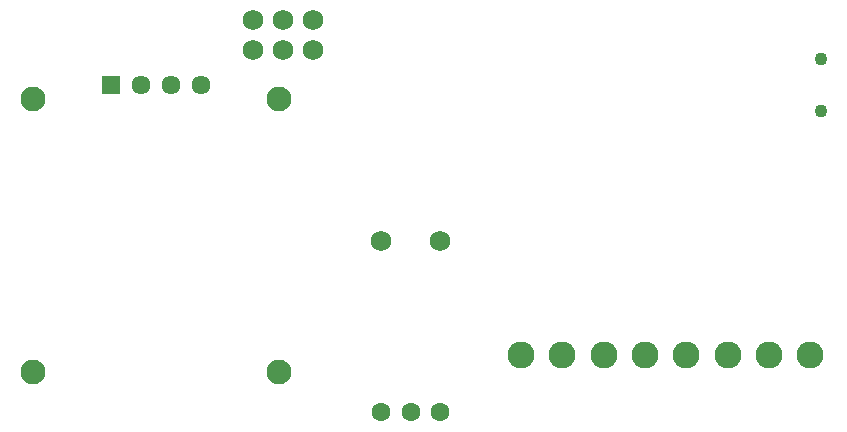
<source format=gbr>
G04 EAGLE Gerber RS-274X export*
G75*
%MOMM*%
%FSLAX34Y34*%
%LPD*%
%INSoldermask Bottom*%
%IPPOS*%
%AMOC8*
5,1,8,0,0,1.08239X$1,22.5*%
G01*
%ADD10C,1.101600*%
%ADD11C,1.727200*%
%ADD12C,2.286000*%
%ADD13R,1.609600X1.609600*%
%ADD14C,1.609600*%
%ADD15C,2.101600*%
%ADD16C,1.739900*%
%ADD17C,1.600200*%


D10*
X702800Y498700D03*
X702800Y542700D03*
D11*
X247200Y550500D03*
X247200Y575900D03*
X221800Y575900D03*
X221800Y550500D03*
X272600Y550500D03*
X272600Y575900D03*
D12*
X589000Y292100D03*
X554000Y292100D03*
X519000Y292100D03*
X484000Y292100D03*
X449000Y292100D03*
X624000Y292100D03*
X659000Y292100D03*
X694000Y292100D03*
D13*
X101600Y520700D03*
D14*
X127000Y520700D03*
X152400Y520700D03*
X177800Y520700D03*
D15*
X35560Y509270D03*
X243840Y509270D03*
X243840Y278130D03*
X35560Y278130D03*
D16*
X330708Y388620D03*
X380492Y388620D03*
D17*
X330708Y243840D03*
X355600Y243840D03*
X380492Y243840D03*
M02*

</source>
